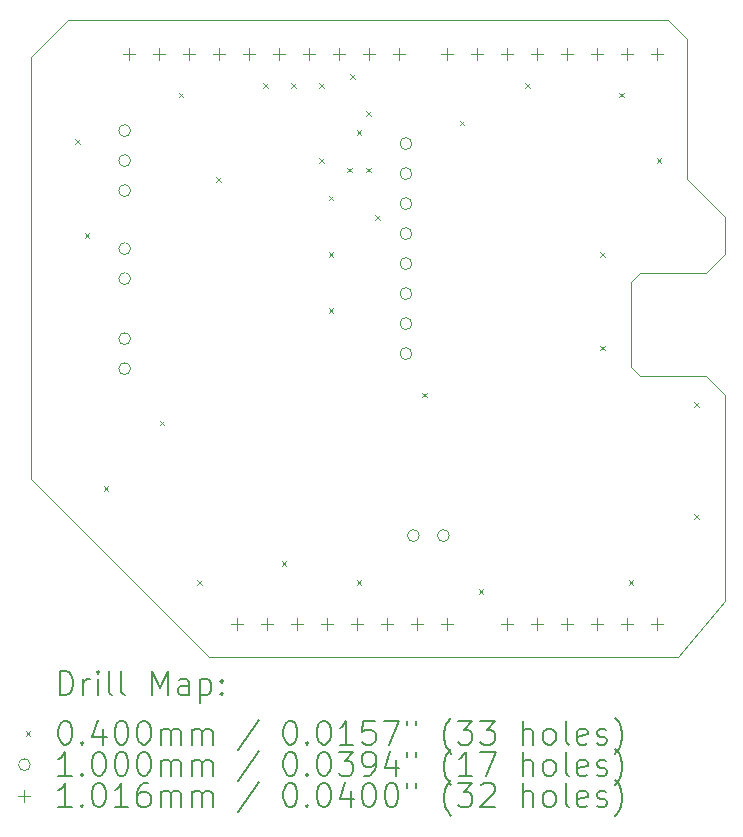
<source format=gbr>
%TF.GenerationSoftware,KiCad,Pcbnew,7.0.2*%
%TF.CreationDate,2023-09-07T17:56:45+02:00*%
%TF.ProjectId,BEP-RFID-cashdrawer,4245502d-5246-4494-942d-636173686472,rev?*%
%TF.SameCoordinates,Original*%
%TF.FileFunction,Drillmap*%
%TF.FilePolarity,Positive*%
%FSLAX45Y45*%
G04 Gerber Fmt 4.5, Leading zero omitted, Abs format (unit mm)*
G04 Created by KiCad (PCBNEW 7.0.2) date 2023-09-07 17:56:45*
%MOMM*%
%LPD*%
G01*
G04 APERTURE LIST*
%ADD10C,0.100000*%
%ADD11C,0.200000*%
%ADD12C,0.040000*%
%ADD13C,0.101600*%
G04 APERTURE END LIST*
D10*
X12223750Y-10080625D02*
X13731875Y-11588750D01*
X17938750Y-9207500D02*
X18097500Y-9366250D01*
X17383125Y-9207500D02*
X17938750Y-9207500D01*
X17383125Y-8334375D02*
X17303750Y-8413750D01*
X18097500Y-8175625D02*
X18097500Y-7858125D01*
X17938750Y-8334375D02*
X18097500Y-8175625D01*
X17383125Y-8334375D02*
X17938750Y-8334375D01*
X17303750Y-9128125D02*
X17303750Y-8413750D01*
X17383125Y-9207500D02*
X17303750Y-9128125D01*
X12223750Y-6508750D02*
X12541250Y-6191250D01*
X12223750Y-10080625D02*
X12223750Y-6508750D01*
X17700625Y-11588750D02*
X13731875Y-11588750D01*
X18097500Y-11112500D02*
X17700625Y-11588750D01*
X18097500Y-9366250D02*
X18097500Y-11112500D01*
X17780000Y-7540625D02*
X18097500Y-7858125D01*
X17780000Y-6350000D02*
X17780000Y-7540625D01*
X17621250Y-6191250D02*
X17780000Y-6350000D01*
X12541250Y-6191250D02*
X17621250Y-6191250D01*
D11*
D12*
X12600625Y-7203125D02*
X12640625Y-7243125D01*
X12640625Y-7203125D02*
X12600625Y-7243125D01*
X12680000Y-7996875D02*
X12720000Y-8036875D01*
X12720000Y-7996875D02*
X12680000Y-8036875D01*
X12838750Y-10140000D02*
X12878750Y-10180000D01*
X12878750Y-10140000D02*
X12838750Y-10180000D01*
X13315000Y-9584375D02*
X13355000Y-9624375D01*
X13355000Y-9584375D02*
X13315000Y-9624375D01*
X13473750Y-6806250D02*
X13513750Y-6846250D01*
X13513750Y-6806250D02*
X13473750Y-6846250D01*
X13632500Y-10933750D02*
X13672500Y-10973750D01*
X13672500Y-10933750D02*
X13632500Y-10973750D01*
X13791250Y-7520625D02*
X13831250Y-7560625D01*
X13831250Y-7520625D02*
X13791250Y-7560625D01*
X14188125Y-6726875D02*
X14228125Y-6766875D01*
X14228125Y-6726875D02*
X14188125Y-6766875D01*
X14346875Y-10775000D02*
X14386875Y-10815000D01*
X14386875Y-10775000D02*
X14346875Y-10815000D01*
X14426250Y-6726875D02*
X14466250Y-6766875D01*
X14466250Y-6726875D02*
X14426250Y-6766875D01*
X14664375Y-6726875D02*
X14704375Y-6766875D01*
X14704375Y-6726875D02*
X14664375Y-6766875D01*
X14664375Y-7361875D02*
X14704375Y-7401875D01*
X14704375Y-7361875D02*
X14664375Y-7401875D01*
X14743750Y-7679375D02*
X14783750Y-7719375D01*
X14783750Y-7679375D02*
X14743750Y-7719375D01*
X14743750Y-8155625D02*
X14783750Y-8195625D01*
X14783750Y-8155625D02*
X14743750Y-8195625D01*
X14743750Y-8631875D02*
X14783750Y-8671875D01*
X14783750Y-8631875D02*
X14743750Y-8671875D01*
X14902500Y-7441250D02*
X14942500Y-7481250D01*
X14942500Y-7441250D02*
X14902500Y-7481250D01*
X14928828Y-6648903D02*
X14968828Y-6688903D01*
X14968828Y-6648903D02*
X14928828Y-6688903D01*
X14981875Y-7123750D02*
X15021875Y-7163750D01*
X15021875Y-7123750D02*
X14981875Y-7163750D01*
X14981875Y-10933750D02*
X15021875Y-10973750D01*
X15021875Y-10933750D02*
X14981875Y-10973750D01*
X15061250Y-6965000D02*
X15101250Y-7005000D01*
X15101250Y-6965000D02*
X15061250Y-7005000D01*
X15061250Y-7441250D02*
X15101250Y-7481250D01*
X15101250Y-7441250D02*
X15061250Y-7481250D01*
X15137020Y-7841730D02*
X15177020Y-7881730D01*
X15177020Y-7841730D02*
X15137020Y-7881730D01*
X15537500Y-9346250D02*
X15577500Y-9386250D01*
X15577500Y-9346250D02*
X15537500Y-9386250D01*
X15855000Y-7044375D02*
X15895000Y-7084375D01*
X15895000Y-7044375D02*
X15855000Y-7084375D01*
X16013750Y-11013125D02*
X16053750Y-11053125D01*
X16053750Y-11013125D02*
X16013750Y-11053125D01*
X16410625Y-6726875D02*
X16450625Y-6766875D01*
X16450625Y-6726875D02*
X16410625Y-6766875D01*
X17045625Y-8155625D02*
X17085625Y-8195625D01*
X17085625Y-8155625D02*
X17045625Y-8195625D01*
X17045625Y-8949375D02*
X17085625Y-8989375D01*
X17085625Y-8949375D02*
X17045625Y-8989375D01*
X17204375Y-6806250D02*
X17244375Y-6846250D01*
X17244375Y-6806250D02*
X17204375Y-6846250D01*
X17283750Y-10933750D02*
X17323750Y-10973750D01*
X17323750Y-10933750D02*
X17283750Y-10973750D01*
X17521875Y-7361875D02*
X17561875Y-7401875D01*
X17561875Y-7361875D02*
X17521875Y-7401875D01*
X17839375Y-9425625D02*
X17879375Y-9465625D01*
X17879375Y-9425625D02*
X17839375Y-9465625D01*
X17839375Y-10378125D02*
X17879375Y-10418125D01*
X17879375Y-10378125D02*
X17839375Y-10418125D01*
D10*
X13067500Y-7127875D02*
G75*
G03*
X13067500Y-7127875I-50000J0D01*
G01*
X13067500Y-7381875D02*
G75*
G03*
X13067500Y-7381875I-50000J0D01*
G01*
X13067500Y-7635875D02*
G75*
G03*
X13067500Y-7635875I-50000J0D01*
G01*
X13067500Y-8127500D02*
G75*
G03*
X13067500Y-8127500I-50000J0D01*
G01*
X13067500Y-8381500D02*
G75*
G03*
X13067500Y-8381500I-50000J0D01*
G01*
X13067500Y-8890000D02*
G75*
G03*
X13067500Y-8890000I-50000J0D01*
G01*
X13067500Y-9144000D02*
G75*
G03*
X13067500Y-9144000I-50000J0D01*
G01*
X15448750Y-7239000D02*
G75*
G03*
X15448750Y-7239000I-50000J0D01*
G01*
X15448750Y-7493000D02*
G75*
G03*
X15448750Y-7493000I-50000J0D01*
G01*
X15448750Y-7747000D02*
G75*
G03*
X15448750Y-7747000I-50000J0D01*
G01*
X15448750Y-8001000D02*
G75*
G03*
X15448750Y-8001000I-50000J0D01*
G01*
X15448750Y-8255000D02*
G75*
G03*
X15448750Y-8255000I-50000J0D01*
G01*
X15448750Y-8509000D02*
G75*
G03*
X15448750Y-8509000I-50000J0D01*
G01*
X15448750Y-8763000D02*
G75*
G03*
X15448750Y-8763000I-50000J0D01*
G01*
X15448750Y-9017000D02*
G75*
G03*
X15448750Y-9017000I-50000J0D01*
G01*
X15512250Y-10556875D02*
G75*
G03*
X15512250Y-10556875I-50000J0D01*
G01*
X15766250Y-10556875D02*
G75*
G03*
X15766250Y-10556875I-50000J0D01*
G01*
D13*
X13055600Y-6426200D02*
X13055600Y-6527800D01*
X13004800Y-6477000D02*
X13106400Y-6477000D01*
X13309600Y-6426200D02*
X13309600Y-6527800D01*
X13258800Y-6477000D02*
X13360400Y-6477000D01*
X13563600Y-6426200D02*
X13563600Y-6527800D01*
X13512800Y-6477000D02*
X13614400Y-6477000D01*
X13817600Y-6426200D02*
X13817600Y-6527800D01*
X13766800Y-6477000D02*
X13868400Y-6477000D01*
X13970000Y-11252200D02*
X13970000Y-11353800D01*
X13919200Y-11303000D02*
X14020800Y-11303000D01*
X14071600Y-6426200D02*
X14071600Y-6527800D01*
X14020800Y-6477000D02*
X14122400Y-6477000D01*
X14224000Y-11252200D02*
X14224000Y-11353800D01*
X14173200Y-11303000D02*
X14274800Y-11303000D01*
X14325600Y-6426200D02*
X14325600Y-6527800D01*
X14274800Y-6477000D02*
X14376400Y-6477000D01*
X14478000Y-11252200D02*
X14478000Y-11353800D01*
X14427200Y-11303000D02*
X14528800Y-11303000D01*
X14579600Y-6426200D02*
X14579600Y-6527800D01*
X14528800Y-6477000D02*
X14630400Y-6477000D01*
X14732000Y-11252200D02*
X14732000Y-11353800D01*
X14681200Y-11303000D02*
X14782800Y-11303000D01*
X14833600Y-6426200D02*
X14833600Y-6527800D01*
X14782800Y-6477000D02*
X14884400Y-6477000D01*
X14986000Y-11252200D02*
X14986000Y-11353800D01*
X14935200Y-11303000D02*
X15036800Y-11303000D01*
X15087600Y-6426200D02*
X15087600Y-6527800D01*
X15036800Y-6477000D02*
X15138400Y-6477000D01*
X15240000Y-11252200D02*
X15240000Y-11353800D01*
X15189200Y-11303000D02*
X15290800Y-11303000D01*
X15341600Y-6426200D02*
X15341600Y-6527800D01*
X15290800Y-6477000D02*
X15392400Y-6477000D01*
X15494000Y-11252200D02*
X15494000Y-11353800D01*
X15443200Y-11303000D02*
X15544800Y-11303000D01*
X15748000Y-6426200D02*
X15748000Y-6527800D01*
X15697200Y-6477000D02*
X15798800Y-6477000D01*
X15748000Y-11252200D02*
X15748000Y-11353800D01*
X15697200Y-11303000D02*
X15798800Y-11303000D01*
X16002000Y-6426200D02*
X16002000Y-6527800D01*
X15951200Y-6477000D02*
X16052800Y-6477000D01*
X16256000Y-6426200D02*
X16256000Y-6527800D01*
X16205200Y-6477000D02*
X16306800Y-6477000D01*
X16256000Y-11252200D02*
X16256000Y-11353800D01*
X16205200Y-11303000D02*
X16306800Y-11303000D01*
X16510000Y-6426200D02*
X16510000Y-6527800D01*
X16459200Y-6477000D02*
X16560800Y-6477000D01*
X16510000Y-11252200D02*
X16510000Y-11353800D01*
X16459200Y-11303000D02*
X16560800Y-11303000D01*
X16764000Y-6426200D02*
X16764000Y-6527800D01*
X16713200Y-6477000D02*
X16814800Y-6477000D01*
X16764000Y-11252200D02*
X16764000Y-11353800D01*
X16713200Y-11303000D02*
X16814800Y-11303000D01*
X17018000Y-6426200D02*
X17018000Y-6527800D01*
X16967200Y-6477000D02*
X17068800Y-6477000D01*
X17018000Y-11252200D02*
X17018000Y-11353800D01*
X16967200Y-11303000D02*
X17068800Y-11303000D01*
X17272000Y-6426200D02*
X17272000Y-6527800D01*
X17221200Y-6477000D02*
X17322800Y-6477000D01*
X17272000Y-11252200D02*
X17272000Y-11353800D01*
X17221200Y-11303000D02*
X17322800Y-11303000D01*
X17526000Y-6426200D02*
X17526000Y-6527800D01*
X17475200Y-6477000D02*
X17576800Y-6477000D01*
X17526000Y-11252200D02*
X17526000Y-11353800D01*
X17475200Y-11303000D02*
X17576800Y-11303000D01*
D11*
X12466369Y-11906274D02*
X12466369Y-11706274D01*
X12466369Y-11706274D02*
X12513988Y-11706274D01*
X12513988Y-11706274D02*
X12542559Y-11715798D01*
X12542559Y-11715798D02*
X12561607Y-11734845D01*
X12561607Y-11734845D02*
X12571131Y-11753893D01*
X12571131Y-11753893D02*
X12580655Y-11791988D01*
X12580655Y-11791988D02*
X12580655Y-11820559D01*
X12580655Y-11820559D02*
X12571131Y-11858655D01*
X12571131Y-11858655D02*
X12561607Y-11877702D01*
X12561607Y-11877702D02*
X12542559Y-11896750D01*
X12542559Y-11896750D02*
X12513988Y-11906274D01*
X12513988Y-11906274D02*
X12466369Y-11906274D01*
X12666369Y-11906274D02*
X12666369Y-11772940D01*
X12666369Y-11811036D02*
X12675893Y-11791988D01*
X12675893Y-11791988D02*
X12685417Y-11782464D01*
X12685417Y-11782464D02*
X12704464Y-11772940D01*
X12704464Y-11772940D02*
X12723512Y-11772940D01*
X12790178Y-11906274D02*
X12790178Y-11772940D01*
X12790178Y-11706274D02*
X12780655Y-11715798D01*
X12780655Y-11715798D02*
X12790178Y-11725321D01*
X12790178Y-11725321D02*
X12799702Y-11715798D01*
X12799702Y-11715798D02*
X12790178Y-11706274D01*
X12790178Y-11706274D02*
X12790178Y-11725321D01*
X12913988Y-11906274D02*
X12894940Y-11896750D01*
X12894940Y-11896750D02*
X12885417Y-11877702D01*
X12885417Y-11877702D02*
X12885417Y-11706274D01*
X13018750Y-11906274D02*
X12999702Y-11896750D01*
X12999702Y-11896750D02*
X12990178Y-11877702D01*
X12990178Y-11877702D02*
X12990178Y-11706274D01*
X13247321Y-11906274D02*
X13247321Y-11706274D01*
X13247321Y-11706274D02*
X13313988Y-11849131D01*
X13313988Y-11849131D02*
X13380655Y-11706274D01*
X13380655Y-11706274D02*
X13380655Y-11906274D01*
X13561607Y-11906274D02*
X13561607Y-11801512D01*
X13561607Y-11801512D02*
X13552083Y-11782464D01*
X13552083Y-11782464D02*
X13533036Y-11772940D01*
X13533036Y-11772940D02*
X13494940Y-11772940D01*
X13494940Y-11772940D02*
X13475893Y-11782464D01*
X13561607Y-11896750D02*
X13542559Y-11906274D01*
X13542559Y-11906274D02*
X13494940Y-11906274D01*
X13494940Y-11906274D02*
X13475893Y-11896750D01*
X13475893Y-11896750D02*
X13466369Y-11877702D01*
X13466369Y-11877702D02*
X13466369Y-11858655D01*
X13466369Y-11858655D02*
X13475893Y-11839607D01*
X13475893Y-11839607D02*
X13494940Y-11830083D01*
X13494940Y-11830083D02*
X13542559Y-11830083D01*
X13542559Y-11830083D02*
X13561607Y-11820559D01*
X13656845Y-11772940D02*
X13656845Y-11972940D01*
X13656845Y-11782464D02*
X13675893Y-11772940D01*
X13675893Y-11772940D02*
X13713988Y-11772940D01*
X13713988Y-11772940D02*
X13733036Y-11782464D01*
X13733036Y-11782464D02*
X13742559Y-11791988D01*
X13742559Y-11791988D02*
X13752083Y-11811036D01*
X13752083Y-11811036D02*
X13752083Y-11868178D01*
X13752083Y-11868178D02*
X13742559Y-11887226D01*
X13742559Y-11887226D02*
X13733036Y-11896750D01*
X13733036Y-11896750D02*
X13713988Y-11906274D01*
X13713988Y-11906274D02*
X13675893Y-11906274D01*
X13675893Y-11906274D02*
X13656845Y-11896750D01*
X13837798Y-11887226D02*
X13847321Y-11896750D01*
X13847321Y-11896750D02*
X13837798Y-11906274D01*
X13837798Y-11906274D02*
X13828274Y-11896750D01*
X13828274Y-11896750D02*
X13837798Y-11887226D01*
X13837798Y-11887226D02*
X13837798Y-11906274D01*
X13837798Y-11782464D02*
X13847321Y-11791988D01*
X13847321Y-11791988D02*
X13837798Y-11801512D01*
X13837798Y-11801512D02*
X13828274Y-11791988D01*
X13828274Y-11791988D02*
X13837798Y-11782464D01*
X13837798Y-11782464D02*
X13837798Y-11801512D01*
D12*
X12178750Y-12213750D02*
X12218750Y-12253750D01*
X12218750Y-12213750D02*
X12178750Y-12253750D01*
D11*
X12504464Y-12126274D02*
X12523512Y-12126274D01*
X12523512Y-12126274D02*
X12542559Y-12135798D01*
X12542559Y-12135798D02*
X12552083Y-12145321D01*
X12552083Y-12145321D02*
X12561607Y-12164369D01*
X12561607Y-12164369D02*
X12571131Y-12202464D01*
X12571131Y-12202464D02*
X12571131Y-12250083D01*
X12571131Y-12250083D02*
X12561607Y-12288178D01*
X12561607Y-12288178D02*
X12552083Y-12307226D01*
X12552083Y-12307226D02*
X12542559Y-12316750D01*
X12542559Y-12316750D02*
X12523512Y-12326274D01*
X12523512Y-12326274D02*
X12504464Y-12326274D01*
X12504464Y-12326274D02*
X12485417Y-12316750D01*
X12485417Y-12316750D02*
X12475893Y-12307226D01*
X12475893Y-12307226D02*
X12466369Y-12288178D01*
X12466369Y-12288178D02*
X12456845Y-12250083D01*
X12456845Y-12250083D02*
X12456845Y-12202464D01*
X12456845Y-12202464D02*
X12466369Y-12164369D01*
X12466369Y-12164369D02*
X12475893Y-12145321D01*
X12475893Y-12145321D02*
X12485417Y-12135798D01*
X12485417Y-12135798D02*
X12504464Y-12126274D01*
X12656845Y-12307226D02*
X12666369Y-12316750D01*
X12666369Y-12316750D02*
X12656845Y-12326274D01*
X12656845Y-12326274D02*
X12647321Y-12316750D01*
X12647321Y-12316750D02*
X12656845Y-12307226D01*
X12656845Y-12307226D02*
X12656845Y-12326274D01*
X12837798Y-12192940D02*
X12837798Y-12326274D01*
X12790178Y-12116750D02*
X12742559Y-12259607D01*
X12742559Y-12259607D02*
X12866369Y-12259607D01*
X12980655Y-12126274D02*
X12999702Y-12126274D01*
X12999702Y-12126274D02*
X13018750Y-12135798D01*
X13018750Y-12135798D02*
X13028274Y-12145321D01*
X13028274Y-12145321D02*
X13037798Y-12164369D01*
X13037798Y-12164369D02*
X13047321Y-12202464D01*
X13047321Y-12202464D02*
X13047321Y-12250083D01*
X13047321Y-12250083D02*
X13037798Y-12288178D01*
X13037798Y-12288178D02*
X13028274Y-12307226D01*
X13028274Y-12307226D02*
X13018750Y-12316750D01*
X13018750Y-12316750D02*
X12999702Y-12326274D01*
X12999702Y-12326274D02*
X12980655Y-12326274D01*
X12980655Y-12326274D02*
X12961607Y-12316750D01*
X12961607Y-12316750D02*
X12952083Y-12307226D01*
X12952083Y-12307226D02*
X12942559Y-12288178D01*
X12942559Y-12288178D02*
X12933036Y-12250083D01*
X12933036Y-12250083D02*
X12933036Y-12202464D01*
X12933036Y-12202464D02*
X12942559Y-12164369D01*
X12942559Y-12164369D02*
X12952083Y-12145321D01*
X12952083Y-12145321D02*
X12961607Y-12135798D01*
X12961607Y-12135798D02*
X12980655Y-12126274D01*
X13171131Y-12126274D02*
X13190179Y-12126274D01*
X13190179Y-12126274D02*
X13209226Y-12135798D01*
X13209226Y-12135798D02*
X13218750Y-12145321D01*
X13218750Y-12145321D02*
X13228274Y-12164369D01*
X13228274Y-12164369D02*
X13237798Y-12202464D01*
X13237798Y-12202464D02*
X13237798Y-12250083D01*
X13237798Y-12250083D02*
X13228274Y-12288178D01*
X13228274Y-12288178D02*
X13218750Y-12307226D01*
X13218750Y-12307226D02*
X13209226Y-12316750D01*
X13209226Y-12316750D02*
X13190179Y-12326274D01*
X13190179Y-12326274D02*
X13171131Y-12326274D01*
X13171131Y-12326274D02*
X13152083Y-12316750D01*
X13152083Y-12316750D02*
X13142559Y-12307226D01*
X13142559Y-12307226D02*
X13133036Y-12288178D01*
X13133036Y-12288178D02*
X13123512Y-12250083D01*
X13123512Y-12250083D02*
X13123512Y-12202464D01*
X13123512Y-12202464D02*
X13133036Y-12164369D01*
X13133036Y-12164369D02*
X13142559Y-12145321D01*
X13142559Y-12145321D02*
X13152083Y-12135798D01*
X13152083Y-12135798D02*
X13171131Y-12126274D01*
X13323512Y-12326274D02*
X13323512Y-12192940D01*
X13323512Y-12211988D02*
X13333036Y-12202464D01*
X13333036Y-12202464D02*
X13352083Y-12192940D01*
X13352083Y-12192940D02*
X13380655Y-12192940D01*
X13380655Y-12192940D02*
X13399702Y-12202464D01*
X13399702Y-12202464D02*
X13409226Y-12221512D01*
X13409226Y-12221512D02*
X13409226Y-12326274D01*
X13409226Y-12221512D02*
X13418750Y-12202464D01*
X13418750Y-12202464D02*
X13437798Y-12192940D01*
X13437798Y-12192940D02*
X13466369Y-12192940D01*
X13466369Y-12192940D02*
X13485417Y-12202464D01*
X13485417Y-12202464D02*
X13494940Y-12221512D01*
X13494940Y-12221512D02*
X13494940Y-12326274D01*
X13590179Y-12326274D02*
X13590179Y-12192940D01*
X13590179Y-12211988D02*
X13599702Y-12202464D01*
X13599702Y-12202464D02*
X13618750Y-12192940D01*
X13618750Y-12192940D02*
X13647321Y-12192940D01*
X13647321Y-12192940D02*
X13666369Y-12202464D01*
X13666369Y-12202464D02*
X13675893Y-12221512D01*
X13675893Y-12221512D02*
X13675893Y-12326274D01*
X13675893Y-12221512D02*
X13685417Y-12202464D01*
X13685417Y-12202464D02*
X13704464Y-12192940D01*
X13704464Y-12192940D02*
X13733036Y-12192940D01*
X13733036Y-12192940D02*
X13752083Y-12202464D01*
X13752083Y-12202464D02*
X13761607Y-12221512D01*
X13761607Y-12221512D02*
X13761607Y-12326274D01*
X14152083Y-12116750D02*
X13980655Y-12373893D01*
X14409226Y-12126274D02*
X14428274Y-12126274D01*
X14428274Y-12126274D02*
X14447322Y-12135798D01*
X14447322Y-12135798D02*
X14456845Y-12145321D01*
X14456845Y-12145321D02*
X14466369Y-12164369D01*
X14466369Y-12164369D02*
X14475893Y-12202464D01*
X14475893Y-12202464D02*
X14475893Y-12250083D01*
X14475893Y-12250083D02*
X14466369Y-12288178D01*
X14466369Y-12288178D02*
X14456845Y-12307226D01*
X14456845Y-12307226D02*
X14447322Y-12316750D01*
X14447322Y-12316750D02*
X14428274Y-12326274D01*
X14428274Y-12326274D02*
X14409226Y-12326274D01*
X14409226Y-12326274D02*
X14390179Y-12316750D01*
X14390179Y-12316750D02*
X14380655Y-12307226D01*
X14380655Y-12307226D02*
X14371131Y-12288178D01*
X14371131Y-12288178D02*
X14361607Y-12250083D01*
X14361607Y-12250083D02*
X14361607Y-12202464D01*
X14361607Y-12202464D02*
X14371131Y-12164369D01*
X14371131Y-12164369D02*
X14380655Y-12145321D01*
X14380655Y-12145321D02*
X14390179Y-12135798D01*
X14390179Y-12135798D02*
X14409226Y-12126274D01*
X14561607Y-12307226D02*
X14571131Y-12316750D01*
X14571131Y-12316750D02*
X14561607Y-12326274D01*
X14561607Y-12326274D02*
X14552083Y-12316750D01*
X14552083Y-12316750D02*
X14561607Y-12307226D01*
X14561607Y-12307226D02*
X14561607Y-12326274D01*
X14694941Y-12126274D02*
X14713988Y-12126274D01*
X14713988Y-12126274D02*
X14733036Y-12135798D01*
X14733036Y-12135798D02*
X14742560Y-12145321D01*
X14742560Y-12145321D02*
X14752083Y-12164369D01*
X14752083Y-12164369D02*
X14761607Y-12202464D01*
X14761607Y-12202464D02*
X14761607Y-12250083D01*
X14761607Y-12250083D02*
X14752083Y-12288178D01*
X14752083Y-12288178D02*
X14742560Y-12307226D01*
X14742560Y-12307226D02*
X14733036Y-12316750D01*
X14733036Y-12316750D02*
X14713988Y-12326274D01*
X14713988Y-12326274D02*
X14694941Y-12326274D01*
X14694941Y-12326274D02*
X14675893Y-12316750D01*
X14675893Y-12316750D02*
X14666369Y-12307226D01*
X14666369Y-12307226D02*
X14656845Y-12288178D01*
X14656845Y-12288178D02*
X14647322Y-12250083D01*
X14647322Y-12250083D02*
X14647322Y-12202464D01*
X14647322Y-12202464D02*
X14656845Y-12164369D01*
X14656845Y-12164369D02*
X14666369Y-12145321D01*
X14666369Y-12145321D02*
X14675893Y-12135798D01*
X14675893Y-12135798D02*
X14694941Y-12126274D01*
X14952083Y-12326274D02*
X14837798Y-12326274D01*
X14894941Y-12326274D02*
X14894941Y-12126274D01*
X14894941Y-12126274D02*
X14875893Y-12154845D01*
X14875893Y-12154845D02*
X14856845Y-12173893D01*
X14856845Y-12173893D02*
X14837798Y-12183417D01*
X15133036Y-12126274D02*
X15037798Y-12126274D01*
X15037798Y-12126274D02*
X15028274Y-12221512D01*
X15028274Y-12221512D02*
X15037798Y-12211988D01*
X15037798Y-12211988D02*
X15056845Y-12202464D01*
X15056845Y-12202464D02*
X15104464Y-12202464D01*
X15104464Y-12202464D02*
X15123512Y-12211988D01*
X15123512Y-12211988D02*
X15133036Y-12221512D01*
X15133036Y-12221512D02*
X15142560Y-12240559D01*
X15142560Y-12240559D02*
X15142560Y-12288178D01*
X15142560Y-12288178D02*
X15133036Y-12307226D01*
X15133036Y-12307226D02*
X15123512Y-12316750D01*
X15123512Y-12316750D02*
X15104464Y-12326274D01*
X15104464Y-12326274D02*
X15056845Y-12326274D01*
X15056845Y-12326274D02*
X15037798Y-12316750D01*
X15037798Y-12316750D02*
X15028274Y-12307226D01*
X15209226Y-12126274D02*
X15342560Y-12126274D01*
X15342560Y-12126274D02*
X15256845Y-12326274D01*
X15409226Y-12126274D02*
X15409226Y-12164369D01*
X15485417Y-12126274D02*
X15485417Y-12164369D01*
X15780655Y-12402464D02*
X15771131Y-12392940D01*
X15771131Y-12392940D02*
X15752084Y-12364369D01*
X15752084Y-12364369D02*
X15742560Y-12345321D01*
X15742560Y-12345321D02*
X15733036Y-12316750D01*
X15733036Y-12316750D02*
X15723512Y-12269131D01*
X15723512Y-12269131D02*
X15723512Y-12231036D01*
X15723512Y-12231036D02*
X15733036Y-12183417D01*
X15733036Y-12183417D02*
X15742560Y-12154845D01*
X15742560Y-12154845D02*
X15752084Y-12135798D01*
X15752084Y-12135798D02*
X15771131Y-12107226D01*
X15771131Y-12107226D02*
X15780655Y-12097702D01*
X15837798Y-12126274D02*
X15961607Y-12126274D01*
X15961607Y-12126274D02*
X15894941Y-12202464D01*
X15894941Y-12202464D02*
X15923512Y-12202464D01*
X15923512Y-12202464D02*
X15942560Y-12211988D01*
X15942560Y-12211988D02*
X15952084Y-12221512D01*
X15952084Y-12221512D02*
X15961607Y-12240559D01*
X15961607Y-12240559D02*
X15961607Y-12288178D01*
X15961607Y-12288178D02*
X15952084Y-12307226D01*
X15952084Y-12307226D02*
X15942560Y-12316750D01*
X15942560Y-12316750D02*
X15923512Y-12326274D01*
X15923512Y-12326274D02*
X15866369Y-12326274D01*
X15866369Y-12326274D02*
X15847322Y-12316750D01*
X15847322Y-12316750D02*
X15837798Y-12307226D01*
X16028274Y-12126274D02*
X16152084Y-12126274D01*
X16152084Y-12126274D02*
X16085417Y-12202464D01*
X16085417Y-12202464D02*
X16113988Y-12202464D01*
X16113988Y-12202464D02*
X16133036Y-12211988D01*
X16133036Y-12211988D02*
X16142560Y-12221512D01*
X16142560Y-12221512D02*
X16152084Y-12240559D01*
X16152084Y-12240559D02*
X16152084Y-12288178D01*
X16152084Y-12288178D02*
X16142560Y-12307226D01*
X16142560Y-12307226D02*
X16133036Y-12316750D01*
X16133036Y-12316750D02*
X16113988Y-12326274D01*
X16113988Y-12326274D02*
X16056845Y-12326274D01*
X16056845Y-12326274D02*
X16037798Y-12316750D01*
X16037798Y-12316750D02*
X16028274Y-12307226D01*
X16390179Y-12326274D02*
X16390179Y-12126274D01*
X16475893Y-12326274D02*
X16475893Y-12221512D01*
X16475893Y-12221512D02*
X16466369Y-12202464D01*
X16466369Y-12202464D02*
X16447322Y-12192940D01*
X16447322Y-12192940D02*
X16418750Y-12192940D01*
X16418750Y-12192940D02*
X16399703Y-12202464D01*
X16399703Y-12202464D02*
X16390179Y-12211988D01*
X16599703Y-12326274D02*
X16580655Y-12316750D01*
X16580655Y-12316750D02*
X16571131Y-12307226D01*
X16571131Y-12307226D02*
X16561607Y-12288178D01*
X16561607Y-12288178D02*
X16561607Y-12231036D01*
X16561607Y-12231036D02*
X16571131Y-12211988D01*
X16571131Y-12211988D02*
X16580655Y-12202464D01*
X16580655Y-12202464D02*
X16599703Y-12192940D01*
X16599703Y-12192940D02*
X16628274Y-12192940D01*
X16628274Y-12192940D02*
X16647322Y-12202464D01*
X16647322Y-12202464D02*
X16656846Y-12211988D01*
X16656846Y-12211988D02*
X16666369Y-12231036D01*
X16666369Y-12231036D02*
X16666369Y-12288178D01*
X16666369Y-12288178D02*
X16656846Y-12307226D01*
X16656846Y-12307226D02*
X16647322Y-12316750D01*
X16647322Y-12316750D02*
X16628274Y-12326274D01*
X16628274Y-12326274D02*
X16599703Y-12326274D01*
X16780655Y-12326274D02*
X16761607Y-12316750D01*
X16761607Y-12316750D02*
X16752084Y-12297702D01*
X16752084Y-12297702D02*
X16752084Y-12126274D01*
X16933036Y-12316750D02*
X16913989Y-12326274D01*
X16913989Y-12326274D02*
X16875893Y-12326274D01*
X16875893Y-12326274D02*
X16856846Y-12316750D01*
X16856846Y-12316750D02*
X16847322Y-12297702D01*
X16847322Y-12297702D02*
X16847322Y-12221512D01*
X16847322Y-12221512D02*
X16856846Y-12202464D01*
X16856846Y-12202464D02*
X16875893Y-12192940D01*
X16875893Y-12192940D02*
X16913989Y-12192940D01*
X16913989Y-12192940D02*
X16933036Y-12202464D01*
X16933036Y-12202464D02*
X16942560Y-12221512D01*
X16942560Y-12221512D02*
X16942560Y-12240559D01*
X16942560Y-12240559D02*
X16847322Y-12259607D01*
X17018750Y-12316750D02*
X17037798Y-12326274D01*
X17037798Y-12326274D02*
X17075893Y-12326274D01*
X17075893Y-12326274D02*
X17094941Y-12316750D01*
X17094941Y-12316750D02*
X17104465Y-12297702D01*
X17104465Y-12297702D02*
X17104465Y-12288178D01*
X17104465Y-12288178D02*
X17094941Y-12269131D01*
X17094941Y-12269131D02*
X17075893Y-12259607D01*
X17075893Y-12259607D02*
X17047322Y-12259607D01*
X17047322Y-12259607D02*
X17028274Y-12250083D01*
X17028274Y-12250083D02*
X17018750Y-12231036D01*
X17018750Y-12231036D02*
X17018750Y-12221512D01*
X17018750Y-12221512D02*
X17028274Y-12202464D01*
X17028274Y-12202464D02*
X17047322Y-12192940D01*
X17047322Y-12192940D02*
X17075893Y-12192940D01*
X17075893Y-12192940D02*
X17094941Y-12202464D01*
X17171131Y-12402464D02*
X17180655Y-12392940D01*
X17180655Y-12392940D02*
X17199703Y-12364369D01*
X17199703Y-12364369D02*
X17209227Y-12345321D01*
X17209227Y-12345321D02*
X17218750Y-12316750D01*
X17218750Y-12316750D02*
X17228274Y-12269131D01*
X17228274Y-12269131D02*
X17228274Y-12231036D01*
X17228274Y-12231036D02*
X17218750Y-12183417D01*
X17218750Y-12183417D02*
X17209227Y-12154845D01*
X17209227Y-12154845D02*
X17199703Y-12135798D01*
X17199703Y-12135798D02*
X17180655Y-12107226D01*
X17180655Y-12107226D02*
X17171131Y-12097702D01*
D10*
X12218750Y-12497750D02*
G75*
G03*
X12218750Y-12497750I-50000J0D01*
G01*
D11*
X12571131Y-12590274D02*
X12456845Y-12590274D01*
X12513988Y-12590274D02*
X12513988Y-12390274D01*
X12513988Y-12390274D02*
X12494940Y-12418845D01*
X12494940Y-12418845D02*
X12475893Y-12437893D01*
X12475893Y-12437893D02*
X12456845Y-12447417D01*
X12656845Y-12571226D02*
X12666369Y-12580750D01*
X12666369Y-12580750D02*
X12656845Y-12590274D01*
X12656845Y-12590274D02*
X12647321Y-12580750D01*
X12647321Y-12580750D02*
X12656845Y-12571226D01*
X12656845Y-12571226D02*
X12656845Y-12590274D01*
X12790178Y-12390274D02*
X12809226Y-12390274D01*
X12809226Y-12390274D02*
X12828274Y-12399798D01*
X12828274Y-12399798D02*
X12837798Y-12409321D01*
X12837798Y-12409321D02*
X12847321Y-12428369D01*
X12847321Y-12428369D02*
X12856845Y-12466464D01*
X12856845Y-12466464D02*
X12856845Y-12514083D01*
X12856845Y-12514083D02*
X12847321Y-12552178D01*
X12847321Y-12552178D02*
X12837798Y-12571226D01*
X12837798Y-12571226D02*
X12828274Y-12580750D01*
X12828274Y-12580750D02*
X12809226Y-12590274D01*
X12809226Y-12590274D02*
X12790178Y-12590274D01*
X12790178Y-12590274D02*
X12771131Y-12580750D01*
X12771131Y-12580750D02*
X12761607Y-12571226D01*
X12761607Y-12571226D02*
X12752083Y-12552178D01*
X12752083Y-12552178D02*
X12742559Y-12514083D01*
X12742559Y-12514083D02*
X12742559Y-12466464D01*
X12742559Y-12466464D02*
X12752083Y-12428369D01*
X12752083Y-12428369D02*
X12761607Y-12409321D01*
X12761607Y-12409321D02*
X12771131Y-12399798D01*
X12771131Y-12399798D02*
X12790178Y-12390274D01*
X12980655Y-12390274D02*
X12999702Y-12390274D01*
X12999702Y-12390274D02*
X13018750Y-12399798D01*
X13018750Y-12399798D02*
X13028274Y-12409321D01*
X13028274Y-12409321D02*
X13037798Y-12428369D01*
X13037798Y-12428369D02*
X13047321Y-12466464D01*
X13047321Y-12466464D02*
X13047321Y-12514083D01*
X13047321Y-12514083D02*
X13037798Y-12552178D01*
X13037798Y-12552178D02*
X13028274Y-12571226D01*
X13028274Y-12571226D02*
X13018750Y-12580750D01*
X13018750Y-12580750D02*
X12999702Y-12590274D01*
X12999702Y-12590274D02*
X12980655Y-12590274D01*
X12980655Y-12590274D02*
X12961607Y-12580750D01*
X12961607Y-12580750D02*
X12952083Y-12571226D01*
X12952083Y-12571226D02*
X12942559Y-12552178D01*
X12942559Y-12552178D02*
X12933036Y-12514083D01*
X12933036Y-12514083D02*
X12933036Y-12466464D01*
X12933036Y-12466464D02*
X12942559Y-12428369D01*
X12942559Y-12428369D02*
X12952083Y-12409321D01*
X12952083Y-12409321D02*
X12961607Y-12399798D01*
X12961607Y-12399798D02*
X12980655Y-12390274D01*
X13171131Y-12390274D02*
X13190179Y-12390274D01*
X13190179Y-12390274D02*
X13209226Y-12399798D01*
X13209226Y-12399798D02*
X13218750Y-12409321D01*
X13218750Y-12409321D02*
X13228274Y-12428369D01*
X13228274Y-12428369D02*
X13237798Y-12466464D01*
X13237798Y-12466464D02*
X13237798Y-12514083D01*
X13237798Y-12514083D02*
X13228274Y-12552178D01*
X13228274Y-12552178D02*
X13218750Y-12571226D01*
X13218750Y-12571226D02*
X13209226Y-12580750D01*
X13209226Y-12580750D02*
X13190179Y-12590274D01*
X13190179Y-12590274D02*
X13171131Y-12590274D01*
X13171131Y-12590274D02*
X13152083Y-12580750D01*
X13152083Y-12580750D02*
X13142559Y-12571226D01*
X13142559Y-12571226D02*
X13133036Y-12552178D01*
X13133036Y-12552178D02*
X13123512Y-12514083D01*
X13123512Y-12514083D02*
X13123512Y-12466464D01*
X13123512Y-12466464D02*
X13133036Y-12428369D01*
X13133036Y-12428369D02*
X13142559Y-12409321D01*
X13142559Y-12409321D02*
X13152083Y-12399798D01*
X13152083Y-12399798D02*
X13171131Y-12390274D01*
X13323512Y-12590274D02*
X13323512Y-12456940D01*
X13323512Y-12475988D02*
X13333036Y-12466464D01*
X13333036Y-12466464D02*
X13352083Y-12456940D01*
X13352083Y-12456940D02*
X13380655Y-12456940D01*
X13380655Y-12456940D02*
X13399702Y-12466464D01*
X13399702Y-12466464D02*
X13409226Y-12485512D01*
X13409226Y-12485512D02*
X13409226Y-12590274D01*
X13409226Y-12485512D02*
X13418750Y-12466464D01*
X13418750Y-12466464D02*
X13437798Y-12456940D01*
X13437798Y-12456940D02*
X13466369Y-12456940D01*
X13466369Y-12456940D02*
X13485417Y-12466464D01*
X13485417Y-12466464D02*
X13494940Y-12485512D01*
X13494940Y-12485512D02*
X13494940Y-12590274D01*
X13590179Y-12590274D02*
X13590179Y-12456940D01*
X13590179Y-12475988D02*
X13599702Y-12466464D01*
X13599702Y-12466464D02*
X13618750Y-12456940D01*
X13618750Y-12456940D02*
X13647321Y-12456940D01*
X13647321Y-12456940D02*
X13666369Y-12466464D01*
X13666369Y-12466464D02*
X13675893Y-12485512D01*
X13675893Y-12485512D02*
X13675893Y-12590274D01*
X13675893Y-12485512D02*
X13685417Y-12466464D01*
X13685417Y-12466464D02*
X13704464Y-12456940D01*
X13704464Y-12456940D02*
X13733036Y-12456940D01*
X13733036Y-12456940D02*
X13752083Y-12466464D01*
X13752083Y-12466464D02*
X13761607Y-12485512D01*
X13761607Y-12485512D02*
X13761607Y-12590274D01*
X14152083Y-12380750D02*
X13980655Y-12637893D01*
X14409226Y-12390274D02*
X14428274Y-12390274D01*
X14428274Y-12390274D02*
X14447322Y-12399798D01*
X14447322Y-12399798D02*
X14456845Y-12409321D01*
X14456845Y-12409321D02*
X14466369Y-12428369D01*
X14466369Y-12428369D02*
X14475893Y-12466464D01*
X14475893Y-12466464D02*
X14475893Y-12514083D01*
X14475893Y-12514083D02*
X14466369Y-12552178D01*
X14466369Y-12552178D02*
X14456845Y-12571226D01*
X14456845Y-12571226D02*
X14447322Y-12580750D01*
X14447322Y-12580750D02*
X14428274Y-12590274D01*
X14428274Y-12590274D02*
X14409226Y-12590274D01*
X14409226Y-12590274D02*
X14390179Y-12580750D01*
X14390179Y-12580750D02*
X14380655Y-12571226D01*
X14380655Y-12571226D02*
X14371131Y-12552178D01*
X14371131Y-12552178D02*
X14361607Y-12514083D01*
X14361607Y-12514083D02*
X14361607Y-12466464D01*
X14361607Y-12466464D02*
X14371131Y-12428369D01*
X14371131Y-12428369D02*
X14380655Y-12409321D01*
X14380655Y-12409321D02*
X14390179Y-12399798D01*
X14390179Y-12399798D02*
X14409226Y-12390274D01*
X14561607Y-12571226D02*
X14571131Y-12580750D01*
X14571131Y-12580750D02*
X14561607Y-12590274D01*
X14561607Y-12590274D02*
X14552083Y-12580750D01*
X14552083Y-12580750D02*
X14561607Y-12571226D01*
X14561607Y-12571226D02*
X14561607Y-12590274D01*
X14694941Y-12390274D02*
X14713988Y-12390274D01*
X14713988Y-12390274D02*
X14733036Y-12399798D01*
X14733036Y-12399798D02*
X14742560Y-12409321D01*
X14742560Y-12409321D02*
X14752083Y-12428369D01*
X14752083Y-12428369D02*
X14761607Y-12466464D01*
X14761607Y-12466464D02*
X14761607Y-12514083D01*
X14761607Y-12514083D02*
X14752083Y-12552178D01*
X14752083Y-12552178D02*
X14742560Y-12571226D01*
X14742560Y-12571226D02*
X14733036Y-12580750D01*
X14733036Y-12580750D02*
X14713988Y-12590274D01*
X14713988Y-12590274D02*
X14694941Y-12590274D01*
X14694941Y-12590274D02*
X14675893Y-12580750D01*
X14675893Y-12580750D02*
X14666369Y-12571226D01*
X14666369Y-12571226D02*
X14656845Y-12552178D01*
X14656845Y-12552178D02*
X14647322Y-12514083D01*
X14647322Y-12514083D02*
X14647322Y-12466464D01*
X14647322Y-12466464D02*
X14656845Y-12428369D01*
X14656845Y-12428369D02*
X14666369Y-12409321D01*
X14666369Y-12409321D02*
X14675893Y-12399798D01*
X14675893Y-12399798D02*
X14694941Y-12390274D01*
X14828274Y-12390274D02*
X14952083Y-12390274D01*
X14952083Y-12390274D02*
X14885417Y-12466464D01*
X14885417Y-12466464D02*
X14913988Y-12466464D01*
X14913988Y-12466464D02*
X14933036Y-12475988D01*
X14933036Y-12475988D02*
X14942560Y-12485512D01*
X14942560Y-12485512D02*
X14952083Y-12504559D01*
X14952083Y-12504559D02*
X14952083Y-12552178D01*
X14952083Y-12552178D02*
X14942560Y-12571226D01*
X14942560Y-12571226D02*
X14933036Y-12580750D01*
X14933036Y-12580750D02*
X14913988Y-12590274D01*
X14913988Y-12590274D02*
X14856845Y-12590274D01*
X14856845Y-12590274D02*
X14837798Y-12580750D01*
X14837798Y-12580750D02*
X14828274Y-12571226D01*
X15047322Y-12590274D02*
X15085417Y-12590274D01*
X15085417Y-12590274D02*
X15104464Y-12580750D01*
X15104464Y-12580750D02*
X15113988Y-12571226D01*
X15113988Y-12571226D02*
X15133036Y-12542655D01*
X15133036Y-12542655D02*
X15142560Y-12504559D01*
X15142560Y-12504559D02*
X15142560Y-12428369D01*
X15142560Y-12428369D02*
X15133036Y-12409321D01*
X15133036Y-12409321D02*
X15123512Y-12399798D01*
X15123512Y-12399798D02*
X15104464Y-12390274D01*
X15104464Y-12390274D02*
X15066369Y-12390274D01*
X15066369Y-12390274D02*
X15047322Y-12399798D01*
X15047322Y-12399798D02*
X15037798Y-12409321D01*
X15037798Y-12409321D02*
X15028274Y-12428369D01*
X15028274Y-12428369D02*
X15028274Y-12475988D01*
X15028274Y-12475988D02*
X15037798Y-12495036D01*
X15037798Y-12495036D02*
X15047322Y-12504559D01*
X15047322Y-12504559D02*
X15066369Y-12514083D01*
X15066369Y-12514083D02*
X15104464Y-12514083D01*
X15104464Y-12514083D02*
X15123512Y-12504559D01*
X15123512Y-12504559D02*
X15133036Y-12495036D01*
X15133036Y-12495036D02*
X15142560Y-12475988D01*
X15313988Y-12456940D02*
X15313988Y-12590274D01*
X15266369Y-12380750D02*
X15218750Y-12523607D01*
X15218750Y-12523607D02*
X15342560Y-12523607D01*
X15409226Y-12390274D02*
X15409226Y-12428369D01*
X15485417Y-12390274D02*
X15485417Y-12428369D01*
X15780655Y-12666464D02*
X15771131Y-12656940D01*
X15771131Y-12656940D02*
X15752084Y-12628369D01*
X15752084Y-12628369D02*
X15742560Y-12609321D01*
X15742560Y-12609321D02*
X15733036Y-12580750D01*
X15733036Y-12580750D02*
X15723512Y-12533131D01*
X15723512Y-12533131D02*
X15723512Y-12495036D01*
X15723512Y-12495036D02*
X15733036Y-12447417D01*
X15733036Y-12447417D02*
X15742560Y-12418845D01*
X15742560Y-12418845D02*
X15752084Y-12399798D01*
X15752084Y-12399798D02*
X15771131Y-12371226D01*
X15771131Y-12371226D02*
X15780655Y-12361702D01*
X15961607Y-12590274D02*
X15847322Y-12590274D01*
X15904464Y-12590274D02*
X15904464Y-12390274D01*
X15904464Y-12390274D02*
X15885417Y-12418845D01*
X15885417Y-12418845D02*
X15866369Y-12437893D01*
X15866369Y-12437893D02*
X15847322Y-12447417D01*
X16028274Y-12390274D02*
X16161607Y-12390274D01*
X16161607Y-12390274D02*
X16075893Y-12590274D01*
X16390179Y-12590274D02*
X16390179Y-12390274D01*
X16475893Y-12590274D02*
X16475893Y-12485512D01*
X16475893Y-12485512D02*
X16466369Y-12466464D01*
X16466369Y-12466464D02*
X16447322Y-12456940D01*
X16447322Y-12456940D02*
X16418750Y-12456940D01*
X16418750Y-12456940D02*
X16399703Y-12466464D01*
X16399703Y-12466464D02*
X16390179Y-12475988D01*
X16599703Y-12590274D02*
X16580655Y-12580750D01*
X16580655Y-12580750D02*
X16571131Y-12571226D01*
X16571131Y-12571226D02*
X16561607Y-12552178D01*
X16561607Y-12552178D02*
X16561607Y-12495036D01*
X16561607Y-12495036D02*
X16571131Y-12475988D01*
X16571131Y-12475988D02*
X16580655Y-12466464D01*
X16580655Y-12466464D02*
X16599703Y-12456940D01*
X16599703Y-12456940D02*
X16628274Y-12456940D01*
X16628274Y-12456940D02*
X16647322Y-12466464D01*
X16647322Y-12466464D02*
X16656846Y-12475988D01*
X16656846Y-12475988D02*
X16666369Y-12495036D01*
X16666369Y-12495036D02*
X16666369Y-12552178D01*
X16666369Y-12552178D02*
X16656846Y-12571226D01*
X16656846Y-12571226D02*
X16647322Y-12580750D01*
X16647322Y-12580750D02*
X16628274Y-12590274D01*
X16628274Y-12590274D02*
X16599703Y-12590274D01*
X16780655Y-12590274D02*
X16761607Y-12580750D01*
X16761607Y-12580750D02*
X16752084Y-12561702D01*
X16752084Y-12561702D02*
X16752084Y-12390274D01*
X16933036Y-12580750D02*
X16913989Y-12590274D01*
X16913989Y-12590274D02*
X16875893Y-12590274D01*
X16875893Y-12590274D02*
X16856846Y-12580750D01*
X16856846Y-12580750D02*
X16847322Y-12561702D01*
X16847322Y-12561702D02*
X16847322Y-12485512D01*
X16847322Y-12485512D02*
X16856846Y-12466464D01*
X16856846Y-12466464D02*
X16875893Y-12456940D01*
X16875893Y-12456940D02*
X16913989Y-12456940D01*
X16913989Y-12456940D02*
X16933036Y-12466464D01*
X16933036Y-12466464D02*
X16942560Y-12485512D01*
X16942560Y-12485512D02*
X16942560Y-12504559D01*
X16942560Y-12504559D02*
X16847322Y-12523607D01*
X17018750Y-12580750D02*
X17037798Y-12590274D01*
X17037798Y-12590274D02*
X17075893Y-12590274D01*
X17075893Y-12590274D02*
X17094941Y-12580750D01*
X17094941Y-12580750D02*
X17104465Y-12561702D01*
X17104465Y-12561702D02*
X17104465Y-12552178D01*
X17104465Y-12552178D02*
X17094941Y-12533131D01*
X17094941Y-12533131D02*
X17075893Y-12523607D01*
X17075893Y-12523607D02*
X17047322Y-12523607D01*
X17047322Y-12523607D02*
X17028274Y-12514083D01*
X17028274Y-12514083D02*
X17018750Y-12495036D01*
X17018750Y-12495036D02*
X17018750Y-12485512D01*
X17018750Y-12485512D02*
X17028274Y-12466464D01*
X17028274Y-12466464D02*
X17047322Y-12456940D01*
X17047322Y-12456940D02*
X17075893Y-12456940D01*
X17075893Y-12456940D02*
X17094941Y-12466464D01*
X17171131Y-12666464D02*
X17180655Y-12656940D01*
X17180655Y-12656940D02*
X17199703Y-12628369D01*
X17199703Y-12628369D02*
X17209227Y-12609321D01*
X17209227Y-12609321D02*
X17218750Y-12580750D01*
X17218750Y-12580750D02*
X17228274Y-12533131D01*
X17228274Y-12533131D02*
X17228274Y-12495036D01*
X17228274Y-12495036D02*
X17218750Y-12447417D01*
X17218750Y-12447417D02*
X17209227Y-12418845D01*
X17209227Y-12418845D02*
X17199703Y-12399798D01*
X17199703Y-12399798D02*
X17180655Y-12371226D01*
X17180655Y-12371226D02*
X17171131Y-12361702D01*
D13*
X12167950Y-12710950D02*
X12167950Y-12812550D01*
X12117150Y-12761750D02*
X12218750Y-12761750D01*
D11*
X12571131Y-12854274D02*
X12456845Y-12854274D01*
X12513988Y-12854274D02*
X12513988Y-12654274D01*
X12513988Y-12654274D02*
X12494940Y-12682845D01*
X12494940Y-12682845D02*
X12475893Y-12701893D01*
X12475893Y-12701893D02*
X12456845Y-12711417D01*
X12656845Y-12835226D02*
X12666369Y-12844750D01*
X12666369Y-12844750D02*
X12656845Y-12854274D01*
X12656845Y-12854274D02*
X12647321Y-12844750D01*
X12647321Y-12844750D02*
X12656845Y-12835226D01*
X12656845Y-12835226D02*
X12656845Y-12854274D01*
X12790178Y-12654274D02*
X12809226Y-12654274D01*
X12809226Y-12654274D02*
X12828274Y-12663798D01*
X12828274Y-12663798D02*
X12837798Y-12673321D01*
X12837798Y-12673321D02*
X12847321Y-12692369D01*
X12847321Y-12692369D02*
X12856845Y-12730464D01*
X12856845Y-12730464D02*
X12856845Y-12778083D01*
X12856845Y-12778083D02*
X12847321Y-12816178D01*
X12847321Y-12816178D02*
X12837798Y-12835226D01*
X12837798Y-12835226D02*
X12828274Y-12844750D01*
X12828274Y-12844750D02*
X12809226Y-12854274D01*
X12809226Y-12854274D02*
X12790178Y-12854274D01*
X12790178Y-12854274D02*
X12771131Y-12844750D01*
X12771131Y-12844750D02*
X12761607Y-12835226D01*
X12761607Y-12835226D02*
X12752083Y-12816178D01*
X12752083Y-12816178D02*
X12742559Y-12778083D01*
X12742559Y-12778083D02*
X12742559Y-12730464D01*
X12742559Y-12730464D02*
X12752083Y-12692369D01*
X12752083Y-12692369D02*
X12761607Y-12673321D01*
X12761607Y-12673321D02*
X12771131Y-12663798D01*
X12771131Y-12663798D02*
X12790178Y-12654274D01*
X13047321Y-12854274D02*
X12933036Y-12854274D01*
X12990178Y-12854274D02*
X12990178Y-12654274D01*
X12990178Y-12654274D02*
X12971131Y-12682845D01*
X12971131Y-12682845D02*
X12952083Y-12701893D01*
X12952083Y-12701893D02*
X12933036Y-12711417D01*
X13218750Y-12654274D02*
X13180655Y-12654274D01*
X13180655Y-12654274D02*
X13161607Y-12663798D01*
X13161607Y-12663798D02*
X13152083Y-12673321D01*
X13152083Y-12673321D02*
X13133036Y-12701893D01*
X13133036Y-12701893D02*
X13123512Y-12739988D01*
X13123512Y-12739988D02*
X13123512Y-12816178D01*
X13123512Y-12816178D02*
X13133036Y-12835226D01*
X13133036Y-12835226D02*
X13142559Y-12844750D01*
X13142559Y-12844750D02*
X13161607Y-12854274D01*
X13161607Y-12854274D02*
X13199702Y-12854274D01*
X13199702Y-12854274D02*
X13218750Y-12844750D01*
X13218750Y-12844750D02*
X13228274Y-12835226D01*
X13228274Y-12835226D02*
X13237798Y-12816178D01*
X13237798Y-12816178D02*
X13237798Y-12768559D01*
X13237798Y-12768559D02*
X13228274Y-12749512D01*
X13228274Y-12749512D02*
X13218750Y-12739988D01*
X13218750Y-12739988D02*
X13199702Y-12730464D01*
X13199702Y-12730464D02*
X13161607Y-12730464D01*
X13161607Y-12730464D02*
X13142559Y-12739988D01*
X13142559Y-12739988D02*
X13133036Y-12749512D01*
X13133036Y-12749512D02*
X13123512Y-12768559D01*
X13323512Y-12854274D02*
X13323512Y-12720940D01*
X13323512Y-12739988D02*
X13333036Y-12730464D01*
X13333036Y-12730464D02*
X13352083Y-12720940D01*
X13352083Y-12720940D02*
X13380655Y-12720940D01*
X13380655Y-12720940D02*
X13399702Y-12730464D01*
X13399702Y-12730464D02*
X13409226Y-12749512D01*
X13409226Y-12749512D02*
X13409226Y-12854274D01*
X13409226Y-12749512D02*
X13418750Y-12730464D01*
X13418750Y-12730464D02*
X13437798Y-12720940D01*
X13437798Y-12720940D02*
X13466369Y-12720940D01*
X13466369Y-12720940D02*
X13485417Y-12730464D01*
X13485417Y-12730464D02*
X13494940Y-12749512D01*
X13494940Y-12749512D02*
X13494940Y-12854274D01*
X13590179Y-12854274D02*
X13590179Y-12720940D01*
X13590179Y-12739988D02*
X13599702Y-12730464D01*
X13599702Y-12730464D02*
X13618750Y-12720940D01*
X13618750Y-12720940D02*
X13647321Y-12720940D01*
X13647321Y-12720940D02*
X13666369Y-12730464D01*
X13666369Y-12730464D02*
X13675893Y-12749512D01*
X13675893Y-12749512D02*
X13675893Y-12854274D01*
X13675893Y-12749512D02*
X13685417Y-12730464D01*
X13685417Y-12730464D02*
X13704464Y-12720940D01*
X13704464Y-12720940D02*
X13733036Y-12720940D01*
X13733036Y-12720940D02*
X13752083Y-12730464D01*
X13752083Y-12730464D02*
X13761607Y-12749512D01*
X13761607Y-12749512D02*
X13761607Y-12854274D01*
X14152083Y-12644750D02*
X13980655Y-12901893D01*
X14409226Y-12654274D02*
X14428274Y-12654274D01*
X14428274Y-12654274D02*
X14447322Y-12663798D01*
X14447322Y-12663798D02*
X14456845Y-12673321D01*
X14456845Y-12673321D02*
X14466369Y-12692369D01*
X14466369Y-12692369D02*
X14475893Y-12730464D01*
X14475893Y-12730464D02*
X14475893Y-12778083D01*
X14475893Y-12778083D02*
X14466369Y-12816178D01*
X14466369Y-12816178D02*
X14456845Y-12835226D01*
X14456845Y-12835226D02*
X14447322Y-12844750D01*
X14447322Y-12844750D02*
X14428274Y-12854274D01*
X14428274Y-12854274D02*
X14409226Y-12854274D01*
X14409226Y-12854274D02*
X14390179Y-12844750D01*
X14390179Y-12844750D02*
X14380655Y-12835226D01*
X14380655Y-12835226D02*
X14371131Y-12816178D01*
X14371131Y-12816178D02*
X14361607Y-12778083D01*
X14361607Y-12778083D02*
X14361607Y-12730464D01*
X14361607Y-12730464D02*
X14371131Y-12692369D01*
X14371131Y-12692369D02*
X14380655Y-12673321D01*
X14380655Y-12673321D02*
X14390179Y-12663798D01*
X14390179Y-12663798D02*
X14409226Y-12654274D01*
X14561607Y-12835226D02*
X14571131Y-12844750D01*
X14571131Y-12844750D02*
X14561607Y-12854274D01*
X14561607Y-12854274D02*
X14552083Y-12844750D01*
X14552083Y-12844750D02*
X14561607Y-12835226D01*
X14561607Y-12835226D02*
X14561607Y-12854274D01*
X14694941Y-12654274D02*
X14713988Y-12654274D01*
X14713988Y-12654274D02*
X14733036Y-12663798D01*
X14733036Y-12663798D02*
X14742560Y-12673321D01*
X14742560Y-12673321D02*
X14752083Y-12692369D01*
X14752083Y-12692369D02*
X14761607Y-12730464D01*
X14761607Y-12730464D02*
X14761607Y-12778083D01*
X14761607Y-12778083D02*
X14752083Y-12816178D01*
X14752083Y-12816178D02*
X14742560Y-12835226D01*
X14742560Y-12835226D02*
X14733036Y-12844750D01*
X14733036Y-12844750D02*
X14713988Y-12854274D01*
X14713988Y-12854274D02*
X14694941Y-12854274D01*
X14694941Y-12854274D02*
X14675893Y-12844750D01*
X14675893Y-12844750D02*
X14666369Y-12835226D01*
X14666369Y-12835226D02*
X14656845Y-12816178D01*
X14656845Y-12816178D02*
X14647322Y-12778083D01*
X14647322Y-12778083D02*
X14647322Y-12730464D01*
X14647322Y-12730464D02*
X14656845Y-12692369D01*
X14656845Y-12692369D02*
X14666369Y-12673321D01*
X14666369Y-12673321D02*
X14675893Y-12663798D01*
X14675893Y-12663798D02*
X14694941Y-12654274D01*
X14933036Y-12720940D02*
X14933036Y-12854274D01*
X14885417Y-12644750D02*
X14837798Y-12787607D01*
X14837798Y-12787607D02*
X14961607Y-12787607D01*
X15075893Y-12654274D02*
X15094941Y-12654274D01*
X15094941Y-12654274D02*
X15113988Y-12663798D01*
X15113988Y-12663798D02*
X15123512Y-12673321D01*
X15123512Y-12673321D02*
X15133036Y-12692369D01*
X15133036Y-12692369D02*
X15142560Y-12730464D01*
X15142560Y-12730464D02*
X15142560Y-12778083D01*
X15142560Y-12778083D02*
X15133036Y-12816178D01*
X15133036Y-12816178D02*
X15123512Y-12835226D01*
X15123512Y-12835226D02*
X15113988Y-12844750D01*
X15113988Y-12844750D02*
X15094941Y-12854274D01*
X15094941Y-12854274D02*
X15075893Y-12854274D01*
X15075893Y-12854274D02*
X15056845Y-12844750D01*
X15056845Y-12844750D02*
X15047322Y-12835226D01*
X15047322Y-12835226D02*
X15037798Y-12816178D01*
X15037798Y-12816178D02*
X15028274Y-12778083D01*
X15028274Y-12778083D02*
X15028274Y-12730464D01*
X15028274Y-12730464D02*
X15037798Y-12692369D01*
X15037798Y-12692369D02*
X15047322Y-12673321D01*
X15047322Y-12673321D02*
X15056845Y-12663798D01*
X15056845Y-12663798D02*
X15075893Y-12654274D01*
X15266369Y-12654274D02*
X15285417Y-12654274D01*
X15285417Y-12654274D02*
X15304464Y-12663798D01*
X15304464Y-12663798D02*
X15313988Y-12673321D01*
X15313988Y-12673321D02*
X15323512Y-12692369D01*
X15323512Y-12692369D02*
X15333036Y-12730464D01*
X15333036Y-12730464D02*
X15333036Y-12778083D01*
X15333036Y-12778083D02*
X15323512Y-12816178D01*
X15323512Y-12816178D02*
X15313988Y-12835226D01*
X15313988Y-12835226D02*
X15304464Y-12844750D01*
X15304464Y-12844750D02*
X15285417Y-12854274D01*
X15285417Y-12854274D02*
X15266369Y-12854274D01*
X15266369Y-12854274D02*
X15247322Y-12844750D01*
X15247322Y-12844750D02*
X15237798Y-12835226D01*
X15237798Y-12835226D02*
X15228274Y-12816178D01*
X15228274Y-12816178D02*
X15218750Y-12778083D01*
X15218750Y-12778083D02*
X15218750Y-12730464D01*
X15218750Y-12730464D02*
X15228274Y-12692369D01*
X15228274Y-12692369D02*
X15237798Y-12673321D01*
X15237798Y-12673321D02*
X15247322Y-12663798D01*
X15247322Y-12663798D02*
X15266369Y-12654274D01*
X15409226Y-12654274D02*
X15409226Y-12692369D01*
X15485417Y-12654274D02*
X15485417Y-12692369D01*
X15780655Y-12930464D02*
X15771131Y-12920940D01*
X15771131Y-12920940D02*
X15752084Y-12892369D01*
X15752084Y-12892369D02*
X15742560Y-12873321D01*
X15742560Y-12873321D02*
X15733036Y-12844750D01*
X15733036Y-12844750D02*
X15723512Y-12797131D01*
X15723512Y-12797131D02*
X15723512Y-12759036D01*
X15723512Y-12759036D02*
X15733036Y-12711417D01*
X15733036Y-12711417D02*
X15742560Y-12682845D01*
X15742560Y-12682845D02*
X15752084Y-12663798D01*
X15752084Y-12663798D02*
X15771131Y-12635226D01*
X15771131Y-12635226D02*
X15780655Y-12625702D01*
X15837798Y-12654274D02*
X15961607Y-12654274D01*
X15961607Y-12654274D02*
X15894941Y-12730464D01*
X15894941Y-12730464D02*
X15923512Y-12730464D01*
X15923512Y-12730464D02*
X15942560Y-12739988D01*
X15942560Y-12739988D02*
X15952084Y-12749512D01*
X15952084Y-12749512D02*
X15961607Y-12768559D01*
X15961607Y-12768559D02*
X15961607Y-12816178D01*
X15961607Y-12816178D02*
X15952084Y-12835226D01*
X15952084Y-12835226D02*
X15942560Y-12844750D01*
X15942560Y-12844750D02*
X15923512Y-12854274D01*
X15923512Y-12854274D02*
X15866369Y-12854274D01*
X15866369Y-12854274D02*
X15847322Y-12844750D01*
X15847322Y-12844750D02*
X15837798Y-12835226D01*
X16037798Y-12673321D02*
X16047322Y-12663798D01*
X16047322Y-12663798D02*
X16066369Y-12654274D01*
X16066369Y-12654274D02*
X16113988Y-12654274D01*
X16113988Y-12654274D02*
X16133036Y-12663798D01*
X16133036Y-12663798D02*
X16142560Y-12673321D01*
X16142560Y-12673321D02*
X16152084Y-12692369D01*
X16152084Y-12692369D02*
X16152084Y-12711417D01*
X16152084Y-12711417D02*
X16142560Y-12739988D01*
X16142560Y-12739988D02*
X16028274Y-12854274D01*
X16028274Y-12854274D02*
X16152084Y-12854274D01*
X16390179Y-12854274D02*
X16390179Y-12654274D01*
X16475893Y-12854274D02*
X16475893Y-12749512D01*
X16475893Y-12749512D02*
X16466369Y-12730464D01*
X16466369Y-12730464D02*
X16447322Y-12720940D01*
X16447322Y-12720940D02*
X16418750Y-12720940D01*
X16418750Y-12720940D02*
X16399703Y-12730464D01*
X16399703Y-12730464D02*
X16390179Y-12739988D01*
X16599703Y-12854274D02*
X16580655Y-12844750D01*
X16580655Y-12844750D02*
X16571131Y-12835226D01*
X16571131Y-12835226D02*
X16561607Y-12816178D01*
X16561607Y-12816178D02*
X16561607Y-12759036D01*
X16561607Y-12759036D02*
X16571131Y-12739988D01*
X16571131Y-12739988D02*
X16580655Y-12730464D01*
X16580655Y-12730464D02*
X16599703Y-12720940D01*
X16599703Y-12720940D02*
X16628274Y-12720940D01*
X16628274Y-12720940D02*
X16647322Y-12730464D01*
X16647322Y-12730464D02*
X16656846Y-12739988D01*
X16656846Y-12739988D02*
X16666369Y-12759036D01*
X16666369Y-12759036D02*
X16666369Y-12816178D01*
X16666369Y-12816178D02*
X16656846Y-12835226D01*
X16656846Y-12835226D02*
X16647322Y-12844750D01*
X16647322Y-12844750D02*
X16628274Y-12854274D01*
X16628274Y-12854274D02*
X16599703Y-12854274D01*
X16780655Y-12854274D02*
X16761607Y-12844750D01*
X16761607Y-12844750D02*
X16752084Y-12825702D01*
X16752084Y-12825702D02*
X16752084Y-12654274D01*
X16933036Y-12844750D02*
X16913989Y-12854274D01*
X16913989Y-12854274D02*
X16875893Y-12854274D01*
X16875893Y-12854274D02*
X16856846Y-12844750D01*
X16856846Y-12844750D02*
X16847322Y-12825702D01*
X16847322Y-12825702D02*
X16847322Y-12749512D01*
X16847322Y-12749512D02*
X16856846Y-12730464D01*
X16856846Y-12730464D02*
X16875893Y-12720940D01*
X16875893Y-12720940D02*
X16913989Y-12720940D01*
X16913989Y-12720940D02*
X16933036Y-12730464D01*
X16933036Y-12730464D02*
X16942560Y-12749512D01*
X16942560Y-12749512D02*
X16942560Y-12768559D01*
X16942560Y-12768559D02*
X16847322Y-12787607D01*
X17018750Y-12844750D02*
X17037798Y-12854274D01*
X17037798Y-12854274D02*
X17075893Y-12854274D01*
X17075893Y-12854274D02*
X17094941Y-12844750D01*
X17094941Y-12844750D02*
X17104465Y-12825702D01*
X17104465Y-12825702D02*
X17104465Y-12816178D01*
X17104465Y-12816178D02*
X17094941Y-12797131D01*
X17094941Y-12797131D02*
X17075893Y-12787607D01*
X17075893Y-12787607D02*
X17047322Y-12787607D01*
X17047322Y-12787607D02*
X17028274Y-12778083D01*
X17028274Y-12778083D02*
X17018750Y-12759036D01*
X17018750Y-12759036D02*
X17018750Y-12749512D01*
X17018750Y-12749512D02*
X17028274Y-12730464D01*
X17028274Y-12730464D02*
X17047322Y-12720940D01*
X17047322Y-12720940D02*
X17075893Y-12720940D01*
X17075893Y-12720940D02*
X17094941Y-12730464D01*
X17171131Y-12930464D02*
X17180655Y-12920940D01*
X17180655Y-12920940D02*
X17199703Y-12892369D01*
X17199703Y-12892369D02*
X17209227Y-12873321D01*
X17209227Y-12873321D02*
X17218750Y-12844750D01*
X17218750Y-12844750D02*
X17228274Y-12797131D01*
X17228274Y-12797131D02*
X17228274Y-12759036D01*
X17228274Y-12759036D02*
X17218750Y-12711417D01*
X17218750Y-12711417D02*
X17209227Y-12682845D01*
X17209227Y-12682845D02*
X17199703Y-12663798D01*
X17199703Y-12663798D02*
X17180655Y-12635226D01*
X17180655Y-12635226D02*
X17171131Y-12625702D01*
M02*

</source>
